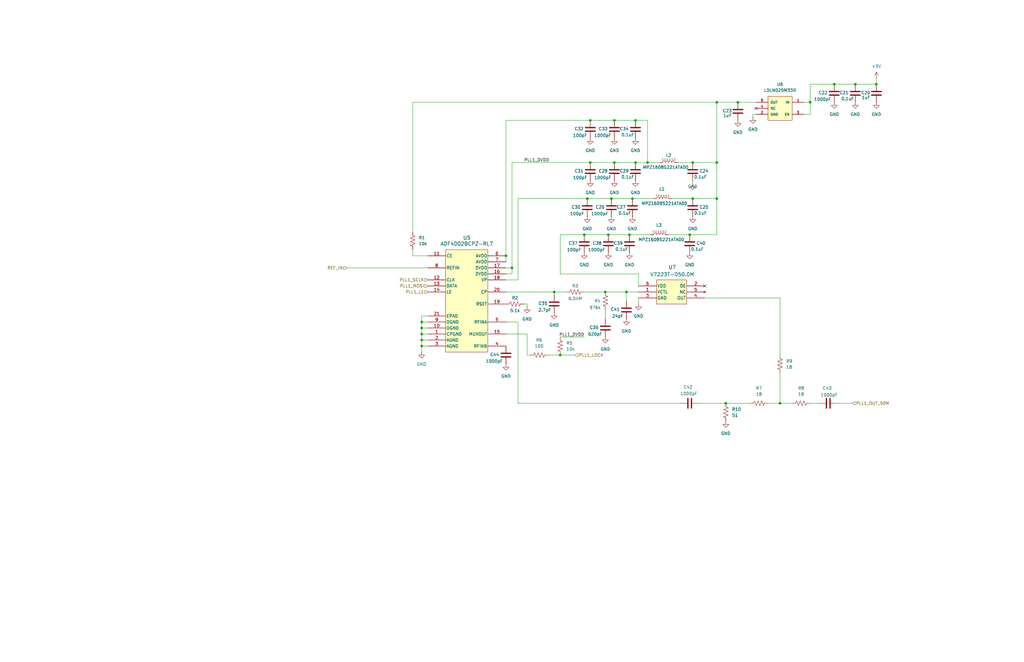
<source format=kicad_sch>
(kicad_sch (version 20231120) (generator "eeschema") (generator_version "8.0")
  (paper "B")
  (lib_symbols
    (symbol "2024-03-09_20-57-04:ADF4002BCPZ-RL7" (pin_names (offset 0.254))
      (property "Reference" "U" (at 33.02 10.16 0))
      (property "Value" "ADF4002BCPZ-RL7" (at 33.02 7.62 0))
      (symbol "ADF4002BCPZ-RL7_0_1"
        (pin power_in line (at 0 -33.02 0) (length 7.62) (name "CPGND") (number "1"))
        (pin power_in line (at 0 -30.48 0) (length 7.62) (name "DGND") (number "10"))
        (pin output line (at 0 0 0) (length 7.62) (name "CE") (number "11"))
        (pin input line (at 0 -10.16 0) (length 7.62) (name "CLK") (number "12"))
        (pin input line (at 0 -12.7 0) (length 7.62) (name "DATA") (number "13"))
        (pin input line (at 0 -15.24 0) (length 7.62) (name "LE") (number "14"))
        (pin output line (at 33.02 -33.02 180) (length 7.62) (name "MUXOUT") (number "15"))
        (pin power_in line (at 33.02 -7.62 180) (length 7.62) (name "DVDD") (number "16"))
        (pin power_in line (at 33.02 -5.08 180) (length 7.62) (name "DVDD") (number "17"))
        (pin unspecified line (at 33.02 -10.16 180) (length 7.62) (name "VP") (number "18"))
        (pin unspecified line (at 33.02 -20.32 180) (length 7.62) (name "RSET") (number "19"))
        (pin power_in line (at 0 -35.56 0) (length 7.62) (name "AGND") (number "2"))
        (pin output line (at 33.02 -15.24 180) (length 7.62) (name "CP") (number "20"))
        (pin unspecified line (at 0 -25.4 0) (length 7.62) (name "EPAD") (number "21"))
        (pin power_in line (at 0 -38.1 0) (length 7.62) (name "AGND") (number "3"))
        (pin input line (at 33.02 -38.1 180) (length 7.62) (name "RFINB") (number "4"))
        (pin input line (at 33.02 -27.94 180) (length 7.62) (name "RFINA") (number "5"))
        (pin power_in line (at 33.02 0 180) (length 7.62) (name "AVDD") (number "6"))
        (pin power_in line (at 33.02 -2.54 180) (length 7.62) (name "AVDD") (number "7"))
        (pin input line (at 0 -5.08 0) (length 7.62) (name "REFIN") (number "8"))
        (pin power_in line (at 0 -27.94 0) (length 7.62) (name "DGND") (number "9"))
      )
      (symbol "ADF4002BCPZ-RL7_1_1"
        (rectangle (start 7.62 2.54) (end 25.4 -40.64) (fill (type background)))
      )
    )
    (symbol "2024-03-24_19-29-05:V7223T-050.0M" (pin_names (offset 0.254))
      (property "Reference" "U" (at 35.56 10.16 0))
      (property "Value" "V7223T-050.0M" (at 35.56 7.62 0))
      (symbol "V7223T-050.0M_0_1"
        (pin power_in line (at 0 0 0) (length 7.62) (name "VDD") (number "6"))
      )
      (symbol "V7223T-050.0M_1_1"
        (rectangle (start 7.62 2.54) (end 20.32 -7.62) (fill (type background)))
        (pin input line (at 0 -2.54 0) (length 7.62) (name "VCTL") (number "1"))
        (pin input line (at 27.94 0 180) (length 7.62) (name "OE") (number "2"))
        (pin power_out line (at 0 -5.08 0) (length 7.62) (name "GND") (number "3"))
        (pin output line (at 27.94 -5.08 180) (length 7.62) (name "OUT") (number "4"))
        (pin no_connect line (at 27.94 -2.54 180) (length 7.62) (name "NC") (number "5"))
      )
    )
    (symbol "Device:C" (pin_numbers hide) (pin_names (offset 0.254))
      (property "Reference" "C" (at 0.635 2.54 0))
      (property "Value" "C" (at 0.635 -2.54 0))
      (symbol "C_0_1"
        (polyline (pts (xy -2.032 -0.762) (xy 2.032 -0.762)) (stroke (width 0.508)))
        (polyline (pts (xy -2.032 0.762) (xy 2.032 0.762)) (stroke (width 0.508)))
      )
      (symbol "C_1_1"
        (pin passive line (at 0 3.81 270) (length 2.794) (name "~") (number "1"))
        (pin passive line (at 0 -3.81 90) (length 2.794) (name "~") (number "2"))
      )
    )
    (symbol "Device:L_Ferrite" (pin_numbers hide) (pin_names (offset 1.016) hide)
      (property "Reference" "L" (at -1.27 0 90))
      (property "Value" "L_Ferrite" (at 2.794 0 90))
      (symbol "L_Ferrite_0_1"
        (arc (start 0 -2.54) (mid 0.6323 -1.905) (end 0 -1.27))
        (arc (start 0 -1.27) (mid 0.6323 -0.635) (end 0 0))
        (polyline (pts (xy 1.016 -2.794) (xy 1.016 -2.286)))
        (polyline (pts (xy 1.016 -1.778) (xy 1.016 -1.27)))
        (polyline (pts (xy 1.016 -0.762) (xy 1.016 -0.254)))
        (polyline (pts (xy 1.016 0.254) (xy 1.016 0.762)))
        (polyline (pts (xy 1.016 1.27) (xy 1.016 1.778)))
        (polyline (pts (xy 1.016 2.286) (xy 1.016 2.794)))
        (polyline (pts (xy 1.524 -2.286) (xy 1.524 -2.794)))
        (polyline (pts (xy 1.524 -1.27) (xy 1.524 -1.778)))
        (polyline (pts (xy 1.524 -0.254) (xy 1.524 -0.762)))
        (polyline (pts (xy 1.524 0.762) (xy 1.524 0.254)))
        (polyline (pts (xy 1.524 1.778) (xy 1.524 1.27)))
        (polyline (pts (xy 1.524 2.794) (xy 1.524 2.286)))
        (arc (start 0 0) (mid 0.6323 0.635) (end 0 1.27))
        (arc (start 0 1.27) (mid 0.6323 1.905) (end 0 2.54))
      )
      (symbol "L_Ferrite_1_1"
        (pin passive line (at 0 3.81 270) (length 1.27) (name "1") (number "1"))
        (pin passive line (at 0 -3.81 90) (length 1.27) (name "2") (number "2"))
      )
    )
    (symbol "Device:R_US" (pin_numbers hide) (pin_names (offset 0))
      (property "Reference" "R" (at 2.54 0 90))
      (property "Value" "R_US" (at -2.54 0 90))
      (symbol "R_US_0_1"
        (polyline (pts (xy 0 -2.286) (xy 0 -2.54)))
        (polyline (pts (xy 0 2.286) (xy 0 2.54)))
        (polyline (pts (xy 0 -0.762) (xy 1.016 -1.143) (xy 0 -1.524) (xy -1.016 -1.905) (xy 0 -2.286)))
        (polyline (pts (xy 0 0.762) (xy 1.016 0.381) (xy 0 0) (xy -1.016 -0.381) (xy 0 -0.762)))
        (polyline (pts (xy 0 2.286) (xy 1.016 1.905) (xy 0 1.524) (xy -1.016 1.143) (xy 0 0.762)))
      )
      (symbol "R_US_1_1"
        (pin passive line (at 0 3.81 270) (length 1.27) (name "~") (number "1"))
        (pin passive line (at 0 -3.81 90) (length 1.27) (name "~") (number "2"))
      )
    )
    (symbol "LDLN025M33R:LDLN025M33R" (pin_names (offset 1.016))
      (property "Reference" "U" (at -10.16 11.16 0))
      (property "Value" "LDLN025M33R" (at -10.16 -14.16 0))
      (symbol "LDLN025M33R_0_0"
        (pin input line (at -15.24 -3.81 0) (length 5.08) (name "IN") (number "1"))
        (pin power_in line (at 5.08 -8.89 180) (length 5.08) (name "GND") (number "2"))
        (pin input line (at -15.24 -8.89 0) (length 5.08) (name "EN") (number "3"))
        (pin passive line (at 5.08 -6.35 180) (length 5.08) (name "NC") (number "4"))
        (pin output line (at 5.08 -3.81 180) (length 5.08) (name "OUT") (number "5"))
      )
      (symbol "LDLN025M33R_1_0"
        (rectangle (start -10.16 -1.27) (end 0 -11.43) (fill (type background)))
      )
    )
    (symbol "power:+3V3" (power) (pin_numbers hide) (pin_names (offset 0) hide)
      (property "Value" "+3V3" (at 0 3.556 0))
      (symbol "+3V3_0_1"
        (polyline (pts (xy -0.762 1.27) (xy 0 2.54)))
        (polyline (pts (xy 0 0) (xy 0 2.54)))
        (polyline (pts (xy 0 2.54) (xy 0.762 1.27)))
      )
      (symbol "+3V3_1_1"
        (pin power_in line (at 0 0 90) (length 0) (name "~") (number "1"))
      )
    )
    (symbol "power:GND" (power) (pin_numbers hide) (pin_names (offset 0) hide)
      (property "Value" "GND" (at 0 -3.81 0))
      (symbol "GND_0_1"
        (polyline (pts (xy 0 0) (xy 0 -1.27) (xy 1.27 -1.27) (xy 0 -2.54) (xy -1.27 -1.27) (xy 0 -1.27)))
      )
      (symbol "GND_1_1"
        (pin power_in line (at 0 0 270) (length 0) (name "~") (number "1"))
      )
    )
  )
  (junction (at 247.65 83.82))
  (junction (at 351.79 35.56))
  (junction (at 233.68 123.19))
  (junction (at 360.68 35.56))
  (junction (at 256.54 99.06))
  (junction (at 265.43 99.06))
  (junction (at 257.81 83.82))
  (junction (at 292.1 83.82))
  (junction (at 267.97 50.8))
  (junction (at 177.8 140.97))
  (junction (at 213.36 107.95))
  (junction (at 177.8 146.05))
  (junction (at 302.26 43.18))
  (junction (at 328.93 170.18))
  (junction (at 177.8 135.89))
  (junction (at 177.8 143.51))
  (junction (at 259.08 68.58))
  (junction (at 248.92 68.58))
  (junction (at 236.22 149.86))
  (junction (at 302.26 68.58))
  (junction (at 267.97 68.58))
  (junction (at 177.8 138.43))
  (junction (at 311.15 43.18))
  (junction (at 259.08 50.8))
  (junction (at 369.57 35.56))
  (junction (at 255.27 123.19))
  (junction (at 306.07 170.18))
  (junction (at 273.05 68.58))
  (junction (at 264.16 123.19))
  (junction (at 246.38 99.06))
  (junction (at 290.83 99.06))
  (junction (at 215.9 113.03))
  (junction (at 266.7 83.82))
  (junction (at 292.1 68.58))
  (junction (at 341.63 43.18))
  (junction (at 302.26 83.82))
  (junction (at 248.92 50.8))
  (no_connect (at 297.18 120.65))
  (no_connect (at 318.77 45.72))
  (wire (pts (xy 339.09 48.26) (xy 341.63 48.26)))
  (wire (pts (xy 213.36 113.03) (xy 215.9 113.03)))
  (wire (pts (xy 215.9 115.57) (xy 213.36 115.57)))
  (wire (pts (xy 213.36 135.89) (xy 218.44 135.89)))
  (wire (pts (xy 302.26 99.06) (xy 302.26 83.82)))
  (wire (pts (xy 177.8 143.51) (xy 180.34 143.51)))
  (wire (pts (xy 341.63 43.18) (xy 339.09 43.18)))
  (wire (pts (xy 369.57 33.02) (xy 369.57 35.56)))
  (wire (pts (xy 302.26 68.58) (xy 302.26 43.18)))
  (wire (pts (xy 341.63 35.56) (xy 341.63 43.18)))
  (wire (pts (xy 317.5 49.53) (xy 317.5 48.26)))
  (wire (pts (xy 177.8 146.05) (xy 177.8 143.51)))
  (wire (pts (xy 215.9 68.58) (xy 248.92 68.58)))
  (wire (pts (xy 215.9 113.03) (xy 215.9 115.57)))
  (wire (pts (xy 177.8 143.51) (xy 177.8 140.97)))
  (wire (pts (xy 177.8 133.35) (xy 180.34 133.35)))
  (wire (pts (xy 302.26 43.18) (xy 311.15 43.18)))
  (wire (pts (xy 248.92 50.8) (xy 213.36 50.8)))
  (wire (pts (xy 213.36 140.97) (xy 222.25 140.97)))
  (wire (pts (xy 328.93 157.48) (xy 328.93 170.18)))
  (wire (pts (xy 328.93 170.18) (xy 334.01 170.18)))
  (wire (pts (xy 248.92 68.58) (xy 259.08 68.58)))
  (wire (pts (xy 328.93 170.18) (xy 323.85 170.18)))
  (wire (pts (xy 236.22 99.06) (xy 236.22 115.57)))
  (wire (pts (xy 328.93 125.73) (xy 328.93 149.86)))
  (wire (pts (xy 177.8 140.97) (xy 177.8 138.43)))
  (wire (pts (xy 273.05 50.8) (xy 273.05 68.58)))
  (wire (pts (xy 236.22 115.57) (xy 269.24 115.57)))
  (wire (pts (xy 255.27 123.19) (xy 264.16 123.19)))
  (wire (pts (xy 177.8 138.43) (xy 180.34 138.43)))
  (wire (pts (xy 222.25 140.97) (xy 222.25 149.86)))
  (wire (pts (xy 369.57 35.56) (xy 360.68 35.56)))
  (wire (pts (xy 218.44 170.18) (xy 287.02 170.18)))
  (wire (pts (xy 265.43 99.06) (xy 256.54 99.06)))
  (wire (pts (xy 302.26 83.82) (xy 302.26 68.58)))
  (wire (pts (xy 267.97 68.58) (xy 273.05 68.58)))
  (wire (pts (xy 292.1 77.47) (xy 292.1 76.2)))
  (wire (pts (xy 317.5 48.26) (xy 318.77 48.26)))
  (wire (pts (xy 215.9 68.58) (xy 215.9 113.03)))
  (wire (pts (xy 265.43 99.06) (xy 274.32 99.06)))
  (wire (pts (xy 283.21 83.82) (xy 292.1 83.82)))
  (wire (pts (xy 222.25 129.54) (xy 222.25 128.27)))
  (wire (pts (xy 290.83 99.06) (xy 302.26 99.06)))
  (wire (pts (xy 359.41 170.18) (xy 353.06 170.18)))
  (wire (pts (xy 177.8 135.89) (xy 180.34 135.89)))
  (wire (pts (xy 266.7 83.82) (xy 257.81 83.82)))
  (wire (pts (xy 341.63 48.26) (xy 341.63 43.18)))
  (wire (pts (xy 255.27 130.81) (xy 255.27 134.62)))
  (wire (pts (xy 306.07 170.18) (xy 316.23 170.18)))
  (wire (pts (xy 213.36 50.8) (xy 213.36 107.95)))
  (wire (pts (xy 273.05 68.58) (xy 278.13 68.58)))
  (wire (pts (xy 264.16 123.19) (xy 264.16 127)))
  (wire (pts (xy 267.97 50.8) (xy 273.05 50.8)))
  (wire (pts (xy 222.25 128.27) (xy 220.98 128.27)))
  (wire (pts (xy 177.8 140.97) (xy 180.34 140.97)))
  (wire (pts (xy 264.16 123.19) (xy 269.24 123.19)))
  (wire (pts (xy 218.44 83.82) (xy 247.65 83.82)))
  (wire (pts (xy 248.92 50.8) (xy 259.08 50.8)))
  (wire (pts (xy 233.68 123.19) (xy 233.68 124.46)))
  (wire (pts (xy 269.24 125.73) (xy 269.24 128.27)))
  (wire (pts (xy 218.44 135.89) (xy 218.44 170.18)))
  (wire (pts (xy 285.75 68.58) (xy 292.1 68.58)))
  (wire (pts (xy 292.1 68.58) (xy 302.26 68.58)))
  (wire (pts (xy 218.44 118.11) (xy 218.44 83.82)))
  (wire (pts (xy 351.79 35.56) (xy 341.63 35.56)))
  (wire (pts (xy 213.36 107.95) (xy 213.36 110.49)))
  (wire (pts (xy 294.64 170.18) (xy 306.07 170.18)))
  (wire (pts (xy 173.99 43.18) (xy 302.26 43.18)))
  (wire (pts (xy 236.22 142.24) (xy 246.38 142.24)))
  (wire (pts (xy 297.18 125.73) (xy 328.93 125.73)))
  (wire (pts (xy 267.97 68.58) (xy 259.08 68.58)))
  (wire (pts (xy 177.8 135.89) (xy 177.8 133.35)))
  (wire (pts (xy 247.65 83.82) (xy 257.81 83.82)))
  (wire (pts (xy 213.36 118.11) (xy 218.44 118.11)))
  (wire (pts (xy 269.24 115.57) (xy 269.24 120.65)))
  (wire (pts (xy 345.44 170.18) (xy 341.63 170.18)))
  (wire (pts (xy 233.68 123.19) (xy 213.36 123.19)))
  (wire (pts (xy 231.14 149.86) (xy 236.22 149.86)))
  (wire (pts (xy 266.7 83.82) (xy 275.59 83.82)))
  (wire (pts (xy 177.8 138.43) (xy 177.8 135.89)))
  (wire (pts (xy 238.76 123.19) (xy 233.68 123.19)))
  (wire (pts (xy 360.68 35.56) (xy 351.79 35.56)))
  (wire (pts (xy 246.38 123.19) (xy 255.27 123.19)))
  (wire (pts (xy 246.38 99.06) (xy 256.54 99.06)))
  (wire (pts (xy 318.77 43.18) (xy 311.15 43.18)))
  (wire (pts (xy 177.8 146.05) (xy 180.34 146.05)))
  (wire (pts (xy 173.99 107.95) (xy 173.99 105.41)))
  (wire (pts (xy 222.25 149.86) (xy 223.52 149.86)))
  (wire (pts (xy 180.34 107.95) (xy 173.99 107.95)))
  (wire (pts (xy 146.05 113.03) (xy 180.34 113.03)))
  (wire (pts (xy 236.22 149.86) (xy 242.57 149.86)))
  (wire (pts (xy 177.8 148.59) (xy 177.8 146.05)))
  (wire (pts (xy 246.38 99.06) (xy 236.22 99.06)))
  (wire (pts (xy 292.1 83.82) (xy 302.26 83.82)))
  (wire (pts (xy 173.99 97.79) (xy 173.99 43.18)))
  (wire (pts (xy 267.97 50.8) (xy 259.08 50.8)))
  (wire (pts (xy 281.94 99.06) (xy 290.83 99.06)))
  (label "PLL1_DVDD" (at 220.98 68.58 0))
  (label "PLL1_DVDD" (at 246.38 142.24 180))
  (hierarchical_label "PLL1_LOCK" (shape input) (at 242.57 149.86 0))
  (hierarchical_label "PLL1_LE" (shape input) (at 180.34 123.19 180))
  (hierarchical_label "REF_IN" (shape input) (at 146.05 113.03 180))
  (hierarchical_label "PLL1_SCLK" (shape input) (at 180.34 118.11 180))
  (hierarchical_label "PLL1_OUT_50M" (shape input) (at 359.41 170.18 0))
  (hierarchical_label "PLL1_MOSI" (shape input) (at 180.34 120.65 180))
  (symbol (lib_id "Device:C") (at 267.97 72.39 0) (mirror y) (unit 1)
    (property "Reference" "C29" (at 265.176 72.136 0) (effects (justify left)))
    (property "Value" "0.1uF" (at 267.462 74.676 0) (effects (justify left)))
    (property "Datasheet" "https://search.murata.co.jp/Ceramy/image/img/A01X/G101/ENG/GRM155R71C104KA88-01.pdf" (effects (hide yes)))
    (property "Description" "0.1 µF ±10% 16V Ceramic Capacitor X7R 0402 (1005 Metric)" (effects (hide yes)))
    (property "MPN" "GRM155R71C104KA88J" (effects (hide yes)))
    (property "Manufacturer" "Murata Electronics" (effects (hide yes)))
  )
  (symbol (lib_id "power:GND") (at 248.92 58.42 0) (mirror y) (unit 1)
    (property "Reference" "#PWR038" (effects (hide yes)))
    (property "Value" "GND" (at 248.92 63.5 0))
    (property "Description" "Power symbol creates a global label with name \"GND\" , ground" (effects (hide yes)))
  )
  (symbol (lib_id "Device:C") (at 256.54 102.87 0) (mirror y) (unit 1)
    (property "Reference" "C38" (at 253.746 102.616 0) (effects (justify left)))
    (property "Value" "1000pF" (at 255.27 105.41 0) (effects (justify left)))
    (property "Datasheet" "https://search.murata.co.jp/Ceramy/image/img/A01X/G101/ENG/GRM1555C1H102JA01-01.pdf" (effects (hide yes)))
    (property "Description" "1000 pF ±5% 50V Ceramic Capacitor C0G, NP0 0402 (1005 Metric)" (effects (hide yes)))
    (property "MPN" "GRM1555C1H102JA01D" (effects (hide yes)))
    (property "Manufacturer" "Murata Electronics" (effects (hide yes)))
  )
  (symbol (lib_id "power:GND") (at 177.8 148.59 0) (mirror y) (unit 1)
    (property "Reference" "#PWR041" (effects (hide yes)))
    (property "Value" "GND" (at 177.8 153.67 0))
    (property "Description" "Power symbol creates a global label with name \"GND\" , ground" (effects (hide yes)))
  )
  (symbol (lib_id "Device:C") (at 213.36 149.86 0) (mirror y) (unit 1)
    (property "Reference" "C44" (at 210.566 149.606 0) (effects (justify left)))
    (property "Value" "1000pF" (at 212.09 152.4 0) (effects (justify left)))
    (property "Datasheet" "https://search.murata.co.jp/Ceramy/image/img/A01X/G101/ENG/GRM1555C1H102JA01-01.pdf" (effects (hide yes)))
    (property "Description" "1000 pF ±5% 50V Ceramic Capacitor C0G, NP0 0402 (1005 Metric)" (effects (hide yes)))
    (property "MPN" "GRM1555C1H102JA01D" (effects (hide yes)))
    (property "Manufacturer" "Murata Electronics" (effects (hide yes)))
  )
  (symbol (lib_id "Device:C") (at 247.65 87.63 0) (mirror y) (unit 1)
    (property "Reference" "C30" (at 244.856 87.376 0) (effects (justify left)))
    (property "Value" "100pF" (at 246.38 90.17 0) (effects (justify left)))
    (property "Datasheet" "https://search.murata.co.jp/Ceramy/image/img/A01X/G101/ENG/GRM1555C1H101JA01-01.pdf" (effects (hide yes)))
    (property "Description" "100 pF ±5% 50V Ceramic Capacitor C0G, NP0 0402 (1005 Metric)" (effects (hide yes)))
    (property "MPN" "GRM1555C1H101JA01D" (effects (hide yes)))
    (property "Manufacturer" "Murata Electronics" (effects (hide yes)))
  )
  (symbol (lib_id "Device:R_US") (at 242.57 123.19 90) (unit 1)
    (property "Reference" "R3" (at 242.57 120.65 90))
    (property "Value" "6.04M" (at 242.57 125.984 90))
    (property "Datasheet" "https://www.vishay.com/docs/20035/dcrcwe3.pdf" (effects (hide yes)))
    (property "Description" "6.04 MOhms ±1% 0.063W, 1/16W Chip Resistor 0402 (1005 Metric) Automotive AEC-Q200 Thick Film" (effects (hide yes)))
    (property "MPN" "CRCW04026M04FKED" (effects (hide yes)))
    (property "Manufacturer" "Vishay Dale" (effects (hide yes)))
  )
  (symbol (lib_id "Device:C") (at 248.92 72.39 0) (mirror y) (unit 1)
    (property "Reference" "C31" (at 246.126 72.136 0) (effects (justify left)))
    (property "Value" "100pF" (at 247.65 74.93 0) (effects (justify left)))
    (property "Datasheet" "https://search.murata.co.jp/Ceramy/image/img/A01X/G101/ENG/GRM1555C1H101JA01-01.pdf" (effects (hide yes)))
    (property "Description" "100 pF ±5% 50V Ceramic Capacitor C0G, NP0 0402 (1005 Metric)" (effects (hide yes)))
    (property "MPN" "GRM1555C1H101JA01D" (effects (hide yes)))
    (property "Manufacturer" "Murata Electronics" (effects (hide yes)))
  )
  (symbol (lib_id "2024-03-09_20-57-04:ADF4002BCPZ-RL7") (at 180.34 107.95 0) (unit 1)
    (property "Reference" "U5" (at 196.85 100.33 0) (effects (font (size 1.524 1.524))))
    (property "Value" "ADF4002BCPZ-RL7" (at 196.85 102.87 0) (effects (font (size 1.524 1.524))))
    (property "Footprint" "CP_20_1_ADI" (effects (hide yes)))
    (property "Datasheet" "https://www.analog.com/media/en/technical-documentation/data-sheets/ADF4002.pdf" (effects (hide yes)))
    (property "Description" "Clock/Frequency Synthesizer (RF), Phase Detector IC 400MHz 1 20-WFQFN Exposed Pad, CSP" (effects (hide yes)))
    (property "MPN" "ADF4002BCPZ-RL7" (effects (hide yes)))
    (property "Manufacturer" "Analog Devices Inc." (effects (hide yes)))
  )
  (symbol (lib_id "power:+3V3") (at 369.57 33.02 0) (mirror y) (unit 1)
    (property "Reference" "#PWR024" (effects (hide yes)))
    (property "Value" "+5V" (at 369.57 27.94 0))
    (property "Description" "Power symbol creates a global label with name \"+3V3\"" (effects (hide yes)))
  )
  (symbol (lib_id "power:GND") (at 265.43 106.68 0) (mirror y) (unit 1)
    (property "Reference" "#PWR047" (effects (hide yes)))
    (property "Value" "GND" (at 265.43 111.76 0))
    (property "Description" "Power symbol creates a global label with name \"GND\" , ground" (effects (hide yes)))
  )
  (symbol (lib_id "Device:L_Ferrite") (at 279.4 83.82 90) (unit 1)
    (property "Reference" "L1" (at 279.146 79.756 90))
    (property "Value" "MPZ1608S221ATA00" (at 280.162 85.852 90))
    (property "Datasheet" "https://product.tdk.com/en/system/files?file=dam/doc/product/emc/emc/beads/catalog/beads_commercial_power_mpz1608_en.pdf" (effects (hide yes)))
    (property "Description" "220 Ohms 1 Power Line Ferrite Bead 0603 (1608 Metric) 2.2A 50mOhm" (effects (hide yes)))
    (property "MPN" "MPZ1608S221ATA00" (effects (hide yes)))
    (property "Manufacturer" "TDK Corporation" (effects (hide yes)))
  )
  (symbol (lib_id "Device:C") (at 311.15 46.99 0) (mirror y) (unit 1)
    (property "Reference" "C23" (at 308.61 46.736 0) (effects (justify left)))
    (property "Value" "1uF" (at 308.61 48.768 0) (effects (justify left)))
    (property "Datasheet" "https://search.murata.co.jp/Ceramy/image/img/A01X/G101/ENG/GRM155R70J105KA12-01.pdf~" (effects (hide yes)))
    (property "Description" "1 µF ±10% 6.3V Ceramic Capacitor X7R 0402 (1005 Metric)" (effects (hide yes)))
    (property "MPN" "GRM155R70J105KA12J" (effects (hide yes)))
    (property "Manufacturer" "Murata Electronics" (effects (hide yes)))
  )
  (symbol (lib_id "Device:C") (at 349.25 170.18 90) (mirror x) (unit 1)
    (property "Reference" "C43" (at 350.774 163.83 90) (effects (justify left)))
    (property "Value" "1000pF" (at 353.314 166.624 90) (effects (justify left)))
    (property "Datasheet" "https://search.murata.co.jp/Ceramy/image/img/A01X/G101/ENG/GRM1555C1H102JA01-01.pdf" (effects (hide yes)))
    (property "Description" "1000 pF ±5% 50V Ceramic Capacitor C0G, NP0 0402 (1005 Metric)" (effects (hide yes)))
    (property "MPN" "GRM1555C1H102JA01D" (effects (hide yes)))
    (property "Manufacturer" "Murata Electronics" (effects (hide yes)))
  )
  (symbol (lib_id "Device:C") (at 292.1 72.39 0) (unit 1)
    (property "Reference" "C24" (at 294.894 72.136 0) (effects (justify left)))
    (property "Value" "0.1uF" (at 292.608 74.676 0) (effects (justify left)))
    (property "Datasheet" "https://search.murata.co.jp/Ceramy/image/img/A01X/G101/ENG/GRM155R71C104KA88-01.pdf" (effects (hide yes)))
    (property "Description" "0.1 µF ±10% 16V Ceramic Capacitor X7R 0402 (1005 Metric)" (effects (hide yes)))
    (property "MPN" "GRM155R71C104KA88J" (effects (hide yes)))
    (property "Manufacturer" "Murata Electronics" (effects (hide yes)))
  )
  (symbol (lib_id "power:GND") (at 256.54 106.68 0) (mirror y) (unit 1)
    (property "Reference" "#PWR046" (effects (hide yes)))
    (property "Value" "GND" (at 256.54 111.76 0))
    (property "Description" "Power symbol creates a global label with name \"GND\" , ground" (effects (hide yes)))
  )
  (symbol (lib_id "Device:C") (at 360.68 39.37 0) (mirror y) (unit 1)
    (property "Reference" "C21" (at 357.886 39.116 0) (effects (justify left)))
    (property "Value" "0.1uF" (at 360.172 41.656 0) (effects (justify left)))
    (property "Datasheet" "https://search.murata.co.jp/Ceramy/image/img/A01X/G101/ENG/GRM155R71C104KA88-01.pdf" (effects (hide yes)))
    (property "Description" "0.1 µF ±10% 16V Ceramic Capacitor X7R 0402 (1005 Metric)" (effects (hide yes)))
    (property "MPN" "GRM155R71C104KA88J" (effects (hide yes)))
    (property "Manufacturer" "Murata Electronics" (effects (hide yes)))
  )
  (symbol (lib_id "Device:L_Ferrite") (at 278.13 99.06 90) (unit 1)
    (property "Reference" "L3" (at 277.876 94.996 90))
    (property "Value" "MPZ1608S221ATA00" (at 278.892 101.092 90))
    (property "Datasheet" "https://product.tdk.com/en/system/files?file=dam/doc/product/emc/emc/beads/catalog/beads_commercial_power_mpz1608_en.pdf" (effects (hide yes)))
    (property "Description" "220 Ohms 1 Power Line Ferrite Bead 0603 (1608 Metric) 2.2A 50mOhm" (effects (hide yes)))
    (property "MPN" "MPZ1608S221ATA00" (effects (hide yes)))
    (property "Manufacturer" "TDK Corporation" (effects (hide yes)))
  )
  (symbol (lib_id "Device:C") (at 290.83 170.18 90) (mirror x) (unit 1)
    (property "Reference" "C42" (at 292.1 163.322 90) (effects (justify left)))
    (property "Value" "1000pF" (at 294.132 166.116 90) (effects (justify left)))
    (property "Datasheet" "https://search.murata.co.jp/Ceramy/image/img/A01X/G101/ENG/GRM1555C1H102JA01-01.pdf" (effects (hide yes)))
    (property "Description" "1000 pF ±5% 50V Ceramic Capacitor C0G, NP0 0402 (1005 Metric)" (effects (hide yes)))
    (property "MPN" "GRM1555C1H102JA01D" (effects (hide yes)))
    (property "Manufacturer" "Murata Electronics" (effects (hide yes)))
  )
  (symbol (lib_id "power:GND") (at 222.25 129.54 0) (mirror y) (unit 1)
    (property "Reference" "#PWR042" (effects (hide yes)))
    (property "Value" "GND" (at 222.25 134.62 0))
    (property "Description" "Power symbol creates a global label with name \"GND\" , ground" (effects (hide yes)))
  )
  (symbol (lib_id "Device:C") (at 267.97 54.61 0) (mirror y) (unit 1)
    (property "Reference" "C34" (at 265.176 54.356 0) (effects (justify left)))
    (property "Value" "0.1uF" (at 267.462 56.896 0) (effects (justify left)))
    (property "Datasheet" "https://search.murata.co.jp/Ceramy/image/img/A01X/G101/ENG/GRM155R71C104KA88-01.pdf" (effects (hide yes)))
    (property "Description" "0.1 µF ±10% 16V Ceramic Capacitor X7R 0402 (1005 Metric)" (effects (hide yes)))
    (property "MPN" "GRM155R71C104KA88J" (effects (hide yes)))
    (property "Manufacturer" "Murata Electronics" (effects (hide yes)))
  )
  (symbol (lib_id "Device:R_US") (at 173.99 101.6 0) (unit 1)
    (property "Reference" "R1" (at 176.53 100.3299 0) (effects (justify left)))
    (property "Value" "10k" (at 176.53 102.8699 0) (effects (justify left)))
    (property "Datasheet" "https://www.vishay.com/docs/20035/dcrcwe3.pdf~" (effects (hide yes)))
    (property "Description" "10 kOhms ±1% 0.063W, 1/16W Chip Resistor 0402 (1005 Metric) Automotive AEC-Q200 Thick Film" (effects (hide yes)))
    (property "MPN" "CRCW040210K0FKED" (effects (hide yes)))
    (property "Manufacturer" "Vishay Dale" (effects (hide yes)))
  )
  (symbol (lib_id "power:GND") (at 257.81 91.44 0) (mirror y) (unit 1)
    (property "Reference" "#PWR032" (effects (hide yes)))
    (property "Value" "GND" (at 257.81 96.52 0))
    (property "Description" "Power symbol creates a global label with name \"GND\" , ground" (effects (hide yes)))
  )
  (symbol (lib_id "Device:R_US") (at 217.17 128.27 90) (unit 1)
    (property "Reference" "R2" (at 217.17 125.73 90))
    (property "Value" "5.1k" (at 217.17 131.064 90))
    (property "Datasheet" "https://www.vishay.com/docs/20035/dcrcwe3.pdf" (effects (hide yes)))
    (property "Description" "5.1 kOhms ±1% 0.063W, 1/16W Chip Resistor 0402 (1005 Metric) Automotive AEC-Q200 Thick Film" (effects (hide yes)))
    (property "MPN" "CRCW04025K10FKED" (effects (hide yes)))
    (property "Manufacturer" "Vishay Dale" (effects (hide yes)))
  )
  (symbol (lib_id "power:GND") (at 267.97 76.2 0) (mirror y) (unit 1)
    (property "Reference" "#PWR035" (effects (hide yes)))
    (property "Value" "GND" (at 267.97 81.28 0))
    (property "Description" "Power symbol creates a global label with name \"GND\" , ground" (effects (hide yes)))
  )
  (symbol (lib_id "Device:R_US") (at 227.33 149.86 90) (unit 1)
    (property "Reference" "R6" (at 227.33 143.51 90))
    (property "Value" "100" (at 227.33 146.05 90))
    (property "Datasheet" "https://www.vishay.com/docs/20035/dcrcwe3.pdf" (effects (hide yes)))
    (property "Description" "100 Ohms ±1% 0.063W, 1/16W Chip Resistor 0402 (1005 Metric) Automotive AEC-Q200 Thick Film" (effects (hide yes)))
    (property "MPN" "CRCW0402100RFKED" (effects (hide yes)))
    (property "Manufacturer" "Vishay Dale" (effects (hide yes)))
  )
  (symbol (lib_id "Device:C") (at 248.92 54.61 0) (mirror y) (unit 1)
    (property "Reference" "C32" (at 246.126 54.356 0) (effects (justify left)))
    (property "Value" "100pF" (at 247.65 57.15 0) (effects (justify left)))
    (property "Datasheet" "https://search.murata.co.jp/Ceramy/image/img/A01X/G101/ENG/GRM1555C1H101JA01-01.pdf" (effects (hide yes)))
    (property "Description" "100 pF ±5% 50V Ceramic Capacitor C0G, NP0 0402 (1005 Metric)" (effects (hide yes)))
    (property "MPN" "GRM1555C1H101JA01D" (effects (hide yes)))
    (property "Manufacturer" "Murata Electronics" (effects (hide yes)))
  )
  (symbol (lib_id "Device:C") (at 255.27 138.43 0) (mirror y) (unit 1)
    (property "Reference" "C36" (at 252.476 138.176 0) (effects (justify left)))
    (property "Value" "620pF" (at 254 140.97 0) (effects (justify left)))
    (property "Datasheet" "https://search.murata.co.jp/Ceramy/image/img/A01X/G101/ENG/GCM1555C1H621FA16-01.pdf" (effects (hide yes)))
    (property "Description" "620 pF ±1% 50V Ceramic Capacitor C0G, NP0 0402 (1005 Metric)" (effects (hide yes)))
    (property "MPN" "GCM1555C1H621FA16D" (effects (hide yes)))
    (property "Manufacturer" "Murata Electronics" (effects (hide yes)))
  )
  (symbol (lib_id "Device:R_US") (at 337.82 170.18 90) (unit 1)
    (property "Reference" "R8" (at 337.82 163.83 90))
    (property "Value" "18" (at 337.82 166.37 90))
    (property "Datasheet" "https://www.vishay.com/docs/20035/dcrcwe3.pdf" (effects (hide yes)))
    (property "Description" "18 Ohms ±1% 0.063W, 1/16W Chip Resistor 0402 (1005 Metric) Automotive AEC-Q200 Thick Film" (effects (hide yes)))
    (property "MPN" "CRCW040218R0FKED" (effects (hide yes)))
    (property "Manufacturer" "Vishay Dale" (effects (hide yes)))
  )
  (symbol (lib_id "power:GND") (at 255.27 142.24 0) (mirror y) (unit 1)
    (property "Reference" "#PWR044" (effects (hide yes)))
    (property "Value" "GND" (at 255.27 147.32 0))
    (property "Description" "Power symbol creates a global label with name \"GND\" , ground" (effects (hide yes)))
  )
  (symbol (lib_id "power:GND") (at 369.57 43.18 0) (mirror y) (unit 1)
    (property "Reference" "#PWR025" (effects (hide yes)))
    (property "Value" "GND" (at 369.57 48.26 0))
    (property "Description" "Power symbol creates a global label with name \"GND\" , ground" (effects (hide yes)))
  )
  (symbol (lib_id "Device:C") (at 266.7 87.63 0) (mirror y) (unit 1)
    (property "Reference" "C27" (at 263.906 87.376 0) (effects (justify left)))
    (property "Value" "0.1uF" (at 266.192 89.916 0) (effects (justify left)))
    (property "Datasheet" "https://search.murata.co.jp/Ceramy/image/img/A01X/G101/ENG/GRM155R71C104KA88-01.pdf" (effects (hide yes)))
    (property "Description" "0.1 µF ±10% 16V Ceramic Capacitor X7R 0402 (1005 Metric)" (effects (hide yes)))
    (property "MPN" "GRM155R71C104KA88J" (effects (hide yes)))
    (property "Manufacturer" "Murata Electronics" (effects (hide yes)))
  )
  (symbol (lib_id "Device:R_US") (at 328.93 153.67 180) (unit 1)
    (property "Reference" "R9" (at 331.47 152.3999 0) (effects (justify right)))
    (property "Value" "18" (at 331.47 154.9399 0) (effects (justify right)))
    (property "Datasheet" "https://www.vishay.com/docs/20035/dcrcwe3.pdf" (effects (hide yes)))
    (property "Description" "18 Ohms ±1% 0.063W, 1/16W Chip Resistor 0402 (1005 Metric) Automotive AEC-Q200 Thick Film" (effects (hide yes)))
    (property "MPN" "CRCW040218R0FKED" (effects (hide yes)))
    (property "Manufacturer" "Vishay Dale" (effects (hide yes)))
  )
  (symbol (lib_id "power:GND") (at 269.24 128.27 0) (mirror y) (unit 1)
    (property "Reference" "#PWR049" (effects (hide yes)))
    (property "Value" "GND" (at 269.24 133.35 0))
    (property "Description" "Power symbol creates a global label with name \"GND\" , ground" (effects (hide yes)))
  )
  (symbol (lib_id "Device:C") (at 246.38 102.87 0) (mirror y) (unit 1)
    (property "Reference" "C37" (at 243.586 102.616 0) (effects (justify left)))
    (property "Value" "100pF" (at 245.11 105.41 0) (effects (justify left)))
    (property "Datasheet" "https://search.murata.co.jp/Ceramy/image/img/A01X/G101/ENG/GRM1555C1H101JA01-01.pdf" (effects (hide yes)))
    (property "Description" "100 pF ±5% 50V Ceramic Capacitor C0G, NP0 0402 (1005 Metric)" (effects (hide yes)))
    (property "MPN" "GRM1555C1H101JA01D" (effects (hide yes)))
    (property "Manufacturer" "Murata Electronics" (effects (hide yes)))
  )
  (symbol (lib_id "Device:C") (at 290.83 102.87 0) (unit 1)
    (property "Reference" "C40" (at 293.624 102.616 0) (effects (justify left)))
    (property "Value" "0.1uF" (at 291.338 105.156 0) (effects (justify left)))
    (property "Datasheet" "https://search.murata.co.jp/Ceramy/image/img/A01X/G101/ENG/GRM155R71C104KA88-01.pdf" (effects (hide yes)))
    (property "Description" "0.1 µF ±10% 16V Ceramic Capacitor X7R 0402 (1005 Metric)" (effects (hide yes)))
    (property "MPN" "GRM155R71C104KA88J" (effects (hide yes)))
    (property "Manufacturer" "Murata Electronics" (effects (hide yes)))
  )
  (symbol (lib_id "Device:R_US") (at 306.07 173.99 180) (unit 1)
    (property "Reference" "R10" (at 308.61 172.7199 0) (effects (justify right)))
    (property "Value" "51" (at 308.61 175.2599 0) (effects (justify right)))
    (property "Datasheet" "https://www.vishay.com/docs/20035/dcrcwe3.pdf" (effects (hide yes)))
    (property "Description" "51 Ohms ±1% 0.063W, 1/16W Chip Resistor 0402 (1005 Metric) Automotive AEC-Q200 Thick Film" (effects (hide yes)))
    (property "MPN" "CRCW040251R0FKED" (effects (hide yes)))
    (property "Manufacturer" "Vishay Dale" (effects (hide yes)))
  )
  (symbol (lib_id "power:GND") (at 259.08 58.42 0) (mirror y) (unit 1)
    (property "Reference" "#PWR039" (effects (hide yes)))
    (property "Value" "GND" (at 259.08 63.5 0))
    (property "Description" "Power symbol creates a global label with name \"GND\" , ground" (effects (hide yes)))
  )
  (symbol (lib_id "Device:L_Ferrite") (at 281.94 68.58 90) (unit 1)
    (property "Reference" "L2" (at 281.94 65.532 90))
    (property "Value" "MPZ1608S221ATA00" (at 280.67 70.612 90))
    (property "Datasheet" "https://product.tdk.com/en/system/files?file=dam/doc/product/emc/emc/beads/catalog/beads_commercial_power_mpz1608_en.pdf" (effects (hide yes)))
    (property "Description" "220 Ohms 1 Power Line Ferrite Bead 0603 (1608 Metric) 2.2A 50mOhm" (effects (hide yes)))
    (property "MPN" "MPZ1608S221ATA00" (effects (hide yes)))
    (property "Manufacturer" "TDK Corporation" (effects (hide yes)))
  )
  (symbol (lib_id "Device:C") (at 259.08 54.61 0) (mirror y) (unit 1)
    (property "Reference" "C33" (at 256.286 54.356 0) (effects (justify left)))
    (property "Value" "1000pF" (at 257.81 57.15 0) (effects (justify left)))
    (property "Datasheet" "https://search.murata.co.jp/Ceramy/image/img/A01X/G101/ENG/GRM1555C1H102JA01-01.pdf" (effects (hide yes)))
    (property "Description" "1000 pF ±5% 50V Ceramic Capacitor C0G, NP0 0402 (1005 Metric)" (effects (hide yes)))
    (property "MPN" "GRM1555C1H102JA01D" (effects (hide yes)))
    (property "Manufacturer" "Murata Electronics" (effects (hide yes)))
  )
  (symbol (lib_id "LDLN025M33R:LDLN025M33R") (at 323.85 39.37 0) (mirror y) (unit 1)
    (property "Reference" "U6" (at 328.93 35.56 0))
    (property "Value" "LDLN025M33R" (at 328.93 38.1 0))
    (property "Footprint" "LDLN025M33R:SOT95P280X145-5N" (effects (hide yes)))
    (property "Datasheet" "https://www.st.com/content/ccc/resource/technical/document/datasheet/group3/a7/8d/6a/ac/ed/d0/4f/f4/DM00312779/files/DM00312779.pdf/jcr:content/translations/en.DM00312779.pdf" (effects (hide yes)))
    (property "Description" "Linear Voltage Regulator IC Positive Fixed 1 Output 250mA SOT-23-5" (effects (hide yes)))
    (property "PACKAGE" "SOT-23-5 STMicroelectronics" (effects (hide yes)))
    (property "PRICE" "None" (effects (hide yes)))
    (property "STANDARD" "IPC-7351B" (effects (hide yes)))
    (property "AVAILABILITY" "Unavailable" (effects (hide yes)))
    (property "MPN" "LDLN025M33R" (effects (hide yes)))
    (property "Manufacturer" "STMicroelectronics" (effects (hide yes)))
  )
  (symbol (lib_id "Device:R_US") (at 236.22 146.05 0) (unit 1)
    (property "Reference" "R5" (at 238.76 144.7799 0) (effects (justify left)))
    (property "Value" "10k" (at 238.76 147.3199 0) (effects (justify left)))
    (property "Datasheet" "https://www.vishay.com/docs/20035/dcrcwe3.pdf~" (effects (hide yes)))
    (property "Description" "10 kOhms ±1% 0.063W, 1/16W Chip Resistor 0402 (1005 Metric) Automotive AEC-Q200 Thick Film" (effects (hide yes)))
    (property "MPN" "CRCW040210K0FKED" (effects (hide yes)))
    (property "Manufacturer" "Vishay Dale" (effects (hide yes)))
  )
  (symbol (lib_id "Device:C") (at 257.81 87.63 0) (mirror y) (unit 1)
    (property "Reference" "C26" (at 255.016 87.376 0) (effects (justify left)))
    (property "Value" "1000pF" (at 256.54 90.17 0) (effects (justify left)))
    (property "Datasheet" "https://search.murata.co.jp/Ceramy/image/img/A01X/G101/ENG/GRM1555C1H102JA01-01.pdf" (effects (hide yes)))
    (property "Description" "1000 pF ±5% 50V Ceramic Capacitor C0G, NP0 0402 (1005 Metric)" (effects (hide yes)))
    (property "MPN" "GRM1555C1H102JA01D" (effects (hide yes)))
    (property "Manufacturer" "Murata Electronics" (effects (hide yes)))
  )
  (symbol (lib_id "power:GND") (at 266.7 91.44 0) (mirror y) (unit 1)
    (property "Reference" "#PWR033" (effects (hide yes)))
    (property "Value" "GND" (at 266.7 96.52 0))
    (property "Description" "Power symbol creates a global label with name \"GND\" , ground" (effects (hide yes)))
  )
  (symbol (lib_id "Device:C") (at 233.68 128.27 0) (mirror y) (unit 1)
    (property "Reference" "C35" (at 230.886 128.016 0) (effects (justify left)))
    (property "Value" "2.7pF" (at 232.41 130.81 0) (effects (justify left)))
    (property "Datasheet" "https://search.murata.co.jp/Ceramy/image/img/A01X/G101/ENG/GJM1555C1H2R7BB01-01.pdf" (effects (hide yes)))
    (property "Description" "2.7 pF ±0.1pF 50V Ceramic Capacitor C0G, NP0 0402 (1005 Metric)" (effects (hide yes)))
    (property "MPN" "GJM1555C1H2R7BB01D" (effects (hide yes)))
    (property "Manufacturer" "Murata Electronics" (effects (hide yes)))
  )
  (symbol (lib_id "power:GND") (at 317.5 49.53 0) (mirror y) (unit 1)
    (property "Reference" "#PWR028" (effects (hide yes)))
    (property "Value" "GND" (at 317.5 54.61 0))
    (property "Description" "Power symbol creates a global label with name \"GND\" , ground" (effects (hide yes)))
  )
  (symbol (lib_id "power:GND") (at 267.97 58.42 0) (mirror y) (unit 1)
    (property "Reference" "#PWR040" (effects (hide yes)))
    (property "Value" "GND" (at 267.97 63.5 0))
    (property "Description" "Power symbol creates a global label with name \"GND\" , ground" (effects (hide yes)))
  )
  (symbol (lib_id "power:GND") (at 248.92 76.2 0) (mirror y) (unit 1)
    (property "Reference" "#PWR037" (effects (hide yes)))
    (property "Value" "GND" (at 248.92 81.28 0))
    (property "Description" "Power symbol creates a global label with name \"GND\" , ground" (effects (hide yes)))
  )
  (symbol (lib_id "power:GND") (at 264.16 134.62 0) (mirror y) (unit 1)
    (property "Reference" "#PWR050" (effects (hide yes)))
    (property "Value" "GND" (at 264.16 139.7 0))
    (property "Description" "Power symbol creates a global label with name \"GND\" , ground" (effects (hide yes)))
  )
  (symbol (lib_id "2024-03-24_19-29-05:V7223T-050.0M") (at 269.24 120.65 0) (unit 1)
    (property "Reference" "U7" (at 283.464 112.776 0) (effects (font (size 1.524 1.524))))
    (property "Value" "V7223T-050.0M" (at 283.464 115.824 0) (effects (font (size 1.524 1.524))))
    (property "Footprint" "V7223T_CNW" (effects (hide yes)))
    (property "Datasheet" "http://www.conwin.com/datasheets/vx/vx673.pdf" (effects (hide yes)))
    (property "Description" "50 MHz VCXO LVCMOS Oscillator 3.3V Enable/Disable 6-SMD, No Lead" (effects (hide yes)))
    (property "MPN" "V7223T-050.0M" (effects (hide yes)))
    (property "Manufacturer" "Connor Winfield" (effects (hide yes)))
  )
  (symbol (lib_id "power:GND") (at 247.65 91.44 0) (mirror y) (unit 1)
    (property "Reference" "#PWR036" (effects (hide yes)))
    (property "Value" "GND" (at 247.65 96.52 0))
    (property "Description" "Power symbol creates a global label with name \"GND\" , ground" (effects (hide yes)))
  )
  (symbol (lib_id "power:GND") (at 351.79 43.18 0) (mirror y) (unit 1)
    (property "Reference" "#PWR027" (effects (hide yes)))
    (property "Value" "GND" (at 351.79 48.26 0))
    (property "Description" "Power symbol creates a global label with name \"GND\" , ground" (effects (hide yes)))
  )
  (symbol (lib_id "power:GND") (at 311.15 50.8 0) (mirror y) (unit 1)
    (property "Reference" "#PWR029" (effects (hide yes)))
    (property "Value" "GND" (at 311.15 55.88 0))
    (property "Description" "Power symbol creates a global label with name \"GND\" , ground" (effects (hide yes)))
  )
  (symbol (lib_id "Device:R_US") (at 255.27 127 180) (unit 1)
    (property "Reference" "R4" (at 251.968 127 0))
    (property "Value" "976k" (at 250.952 129.794 0))
    (property "Datasheet" "https://www.vishay.com/docs/20035/dcrcwe3.pdf" (effects (hide yes)))
    (property "Description" "976 kOhms ±1% 0.063W, 1/16W Chip Resistor 0402 (1005 Metric) Automotive AEC-Q200 Thick Film" (effects (hide yes)))
    (property "MPN" "CRCW0402976KFKED" (effects (hide yes)))
    (property "Manufacturer" "Vishay Dale" (effects (hide yes)))
  )
  (symbol (lib_id "power:GND") (at 292.1 91.44 0) (mirror y) (unit 1)
    (property "Reference" "#PWR030" (effects (hide yes)))
    (property "Value" "GND" (at 292.1 96.52 0))
    (property "Description" "Power symbol creates a global label with name \"GND\" , ground" (effects (hide yes)))
  )
  (symbol (lib_id "power:GND") (at 259.08 76.2 0) (mirror y) (unit 1)
    (property "Reference" "#PWR034" (effects (hide yes)))
    (property "Value" "GND" (at 259.08 81.28 0))
    (property "Description" "Power symbol creates a global label with name \"GND\" , ground" (effects (hide yes)))
  )
  (symbol (lib_id "power:GND") (at 233.68 132.08 0) (mirror y) (unit 1)
    (property "Reference" "#PWR043" (effects (hide yes)))
    (property "Value" "GND" (at 233.68 137.16 0))
    (property "Description" "Power symbol creates a global label with name \"GND\" , ground" (effects (hide yes)))
  )
  (symbol (lib_id "Device:C") (at 369.57 39.37 0) (mirror y) (unit 1)
    (property "Reference" "C20" (at 367.03 39.116 0) (effects (justify left)))
    (property "Value" "1uF" (at 367.03 41.148 0) (effects (justify left)))
    (property "Datasheet" "https://search.murata.co.jp/Ceramy/image/img/A01X/G101/ENG/GRM155R70J105KA12-01.pdf~" (effects (hide yes)))
    (property "Description" "1 µF ±10% 6.3V Ceramic Capacitor X7R 0402 (1005 Metric)" (effects (hide yes)))
    (property "MPN" "GRM155R70J105KA12J" (effects (hide yes)))
    (property "Manufacturer" "Murata Electronics" (effects (hide yes)))
  )
  (symbol (lib_id "Device:R_US") (at 320.04 170.18 90) (unit 1)
    (property "Reference" "R7" (at 320.04 163.83 90))
    (property "Value" "18" (at 320.04 166.37 90))
    (property "Datasheet" "https://www.vishay.com/docs/20035/dcrcwe3.pdf" (effects (hide yes)))
    (property "Description" "18 Ohms ±1% 0.063W, 1/16W Chip Resistor 0402 (1005 Metric) Automotive AEC-Q200 Thick Film" (effects (hide yes)))
    (property "MPN" "CRCW040218R0FKED" (effects (hide yes)))
    (property "Manufacturer" "Vishay Dale" (effects (hide yes)))
  )
  (symbol (lib_id "Device:C") (at 351.79 39.37 0) (mirror y) (unit 1)
    (property "Reference" "C22" (at 348.996 39.116 0) (effects (justify left)))
    (property "Value" "1000pF" (at 350.52 41.91 0) (effects (justify left)))
    (property "Datasheet" "https://search.murata.co.jp/Ceramy/image/img/A01X/G101/ENG/GRM1555C1H102JA01-01.pdf" (effects (hide yes)))
    (property "Description" "1000 pF ±5% 50V Ceramic Capacitor C0G, NP0 0402 (1005 Metric)" (effects (hide yes)))
    (property "MPN" "GRM1555C1H102JA01D" (effects (hide yes)))
    (property "Manufacturer" "Murata Electronics" (effects (hide yes)))
  )
  (symbol (lib_id "Device:C") (at 292.1 87.63 0) (unit 1)
    (property "Reference" "C25" (at 294.894 87.376 0) (effects (justify left)))
    (property "Value" "0.1uF" (at 292.608 89.916 0) (effects (justify left)))
    (property "Datasheet" "https://search.murata.co.jp/Ceramy/image/img/A01X/G101/ENG/GRM155R71C104KA88-01.pdf" (effects (hide yes)))
    (property "Description" "0.1 µF ±10% 16V Ceramic Capacitor X7R 0402 (1005 Metric)" (effects (hide yes)))
    (property "MPN" "GRM155R71C104KA88J" (effects (hide yes)))
    (property "Manufacturer" "Murata Electronics" (effects (hide yes)))
  )
  (symbol (lib_id "power:GND") (at 213.36 153.67 0) (mirror y) (unit 1)
    (property "Reference" "#PWR052" (effects (hide yes)))
    (property "Value" "GND" (at 213.36 158.75 0))
    (property "Description" "Power symbol creates a global label with name \"GND\" , ground" (effects (hide yes)))
  )
  (symbol (lib_id "power:GND") (at 246.38 106.68 0) (mirror y) (unit 1)
    (property "Reference" "#PWR045" (effects (hide yes)))
    (property "Value" "GND" (at 246.38 111.76 0))
    (property "Description" "Power symbol creates a global label with name \"GND\" , ground" (effects (hide yes)))
  )
  (symbol (lib_id "power:GND") (at 290.83 106.68 0) (mirror y) (unit 1)
    (property "Reference" "#PWR048" (effects (hide yes)))
    (property "Value" "GND" (at 290.83 111.76 0))
    (property "Description" "Power symbol creates a global label with name \"GND\" , ground" (effects (hide yes)))
  )
  (symbol (lib_id "power:GND") (at 306.07 177.8 0) (mirror y) (unit 1)
    (property "Reference" "#PWR051" (effects (hide yes)))
    (property "Value" "GND" (at 306.07 182.88 0))
    (property "Description" "Power symbol creates a global label with name \"GND\" , ground" (effects (hide yes)))
  )
  (symbol (lib_id "power:GND") (at 292.1 77.47 0) (mirror y) (unit 1)
    (property "Reference" "#PWR031" (effects (hide yes)))
    (property "Value" "GND" (at 292.1 78.74 0))
    (property "Description" "Power symbol creates a global label with name \"GND\" , ground" (effects (hide yes)))
  )
  (symbol (lib_id "Device:C") (at 259.08 72.39 0) (mirror y) (unit 1)
    (property "Reference" "C28" (at 256.286 72.136 0) (effects (justify left)))
    (property "Value" "1000pF" (at 257.81 74.93 0) (effects (justify left)))
    (property "Datasheet" "https://search.murata.co.jp/Ceramy/image/img/A01X/G101/ENG/GRM1555C1H102JA01-01.pdf" (effects (hide yes)))
    (property "Description" "1000 pF ±5% 50V Ceramic Capacitor C0G, NP0 0402 (1005 Metric)" (effects (hide yes)))
    (property "MPN" "GRM1555C1H102JA01D" (effects (hide yes)))
    (property "Manufacturer" "Murata Electronics" (effects (hide yes)))
  )
  (symbol (lib_id "Device:C") (at 265.43 102.87 0) (mirror y) (unit 1)
    (property "Reference" "C39" (at 262.636 102.616 0) (effects (justify left)))
    (property "Value" "0.1uF" (at 264.922 105.156 0) (effects (justify left)))
    (property "Datasheet" "https://search.murata.co.jp/Ceramy/image/img/A01X/G101/ENG/GRM155R71C104KA88-01.pdf" (effects (hide yes)))
    (property "Description" "0.1 µF ±10% 16V Ceramic Capacitor X7R 0402 (1005 Metric)" (effects (hide yes)))
    (property "MPN" "GRM155R71C104KA88J" (effects (hide yes)))
    (property "Manufacturer" "Murata Electronics" (effects (hide yes)))
  )
  (symbol (lib_id "power:GND") (at 360.68 43.18 0) (mirror y) (unit 1)
    (property "Reference" "#PWR026" (effects (hide yes)))
    (property "Value" "GND" (at 360.68 48.26 0))
    (property "Description" "Power symbol creates a global label with name \"GND\" , ground" (effects (hide yes)))
  )
  (symbol (lib_id "Device:C") (at 264.16 130.81 0) (mirror y) (unit 1)
    (property "Reference" "C41" (at 261.366 130.556 0) (effects (justify left)))
    (property "Value" "24pF" (at 262.89 133.35 0) (effects (justify left)))
    (property "Datasheet" "https://search.murata.co.jp/Ceramy/image/img/A01X/G101/ENG/GJM1555C1H240GB01-01.pdf" (effects (hide yes)))
    (property "Description" "24 pF ±2% 50V Ceramic Capacitor C0G, NP0 0402 (1005 Metric)" (effects (hide yes)))
    (property "MPN" "GJM1555C1H240GB01D" (effects (hide yes)))
    (property "Manufacturer" "Murata Electronics" (effects (hide yes)))
  )
)
</source>
